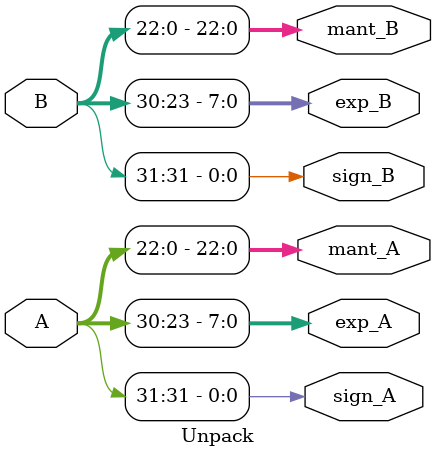
<source format=sv>
`timescale 1ns / 1ps


module Unpack(
    input [31:0] A,
    input [31:0] B,
    output logic sign_A,
    output logic sign_B,
    output logic [7:0] exp_A,
    output logic [7:0] exp_B,
    output logic [22:0] mant_A,
    output logic [22:0] mant_B
    );

    // 
    always_comb begin
        sign_A = A[31];
        sign_B = B[31];
        exp_A = A[30:23];
        exp_B = B[30:23];
        mant_A = A[22:0];
        mant_B = B[22:0];
    end

endmodule
</source>
